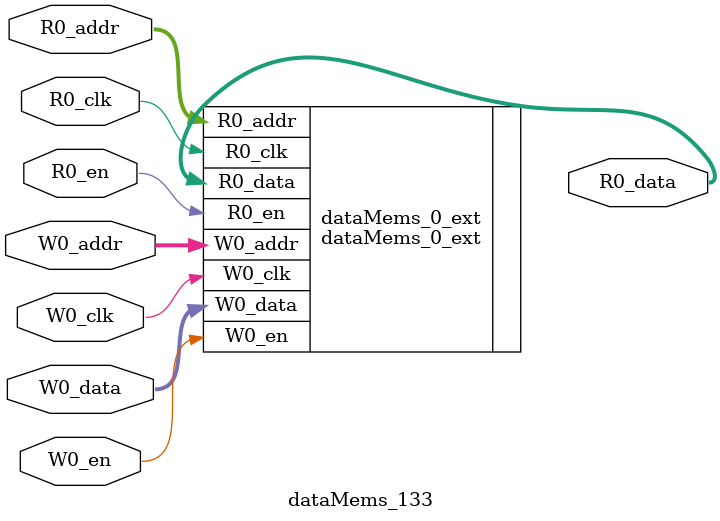
<source format=sv>
`ifndef RANDOMIZE
  `ifdef RANDOMIZE_REG_INIT
    `define RANDOMIZE
  `endif // RANDOMIZE_REG_INIT
`endif // not def RANDOMIZE
`ifndef RANDOMIZE
  `ifdef RANDOMIZE_MEM_INIT
    `define RANDOMIZE
  `endif // RANDOMIZE_MEM_INIT
`endif // not def RANDOMIZE

`ifndef RANDOM
  `define RANDOM $random
`endif // not def RANDOM

// Users can define 'PRINTF_COND' to add an extra gate to prints.
`ifndef PRINTF_COND_
  `ifdef PRINTF_COND
    `define PRINTF_COND_ (`PRINTF_COND)
  `else  // PRINTF_COND
    `define PRINTF_COND_ 1
  `endif // PRINTF_COND
`endif // not def PRINTF_COND_

// Users can define 'ASSERT_VERBOSE_COND' to add an extra gate to assert error printing.
`ifndef ASSERT_VERBOSE_COND_
  `ifdef ASSERT_VERBOSE_COND
    `define ASSERT_VERBOSE_COND_ (`ASSERT_VERBOSE_COND)
  `else  // ASSERT_VERBOSE_COND
    `define ASSERT_VERBOSE_COND_ 1
  `endif // ASSERT_VERBOSE_COND
`endif // not def ASSERT_VERBOSE_COND_

// Users can define 'STOP_COND' to add an extra gate to stop conditions.
`ifndef STOP_COND_
  `ifdef STOP_COND
    `define STOP_COND_ (`STOP_COND)
  `else  // STOP_COND
    `define STOP_COND_ 1
  `endif // STOP_COND
`endif // not def STOP_COND_

// Users can define INIT_RANDOM as general code that gets injected into the
// initializer block for modules with registers.
`ifndef INIT_RANDOM
  `define INIT_RANDOM
`endif // not def INIT_RANDOM

// If using random initialization, you can also define RANDOMIZE_DELAY to
// customize the delay used, otherwise 0.002 is used.
`ifndef RANDOMIZE_DELAY
  `define RANDOMIZE_DELAY 0.002
`endif // not def RANDOMIZE_DELAY

// Define INIT_RANDOM_PROLOG_ for use in our modules below.
`ifndef INIT_RANDOM_PROLOG_
  `ifdef RANDOMIZE
    `ifdef VERILATOR
      `define INIT_RANDOM_PROLOG_ `INIT_RANDOM
    `else  // VERILATOR
      `define INIT_RANDOM_PROLOG_ `INIT_RANDOM #`RANDOMIZE_DELAY begin end
    `endif // VERILATOR
  `else  // RANDOMIZE
    `define INIT_RANDOM_PROLOG_
  `endif // RANDOMIZE
`endif // not def INIT_RANDOM_PROLOG_

// Include register initializers in init blocks unless synthesis is set
`ifndef SYNTHESIS
  `ifndef ENABLE_INITIAL_REG_
    `define ENABLE_INITIAL_REG_
  `endif // not def ENABLE_INITIAL_REG_
`endif // not def SYNTHESIS

// Include rmemory initializers in init blocks unless synthesis is set
`ifndef SYNTHESIS
  `ifndef ENABLE_INITIAL_MEM_
    `define ENABLE_INITIAL_MEM_
  `endif // not def ENABLE_INITIAL_MEM_
`endif // not def SYNTHESIS

module dataMems_133(	// @[generators/ara/src/main/scala/UnsafeAXI4ToTL.scala:365:62]
  input  [4:0]  R0_addr,
  input         R0_en,
  input         R0_clk,
  output [66:0] R0_data,
  input  [4:0]  W0_addr,
  input         W0_en,
  input         W0_clk,
  input  [66:0] W0_data
);

  dataMems_0_ext dataMems_0_ext (	// @[generators/ara/src/main/scala/UnsafeAXI4ToTL.scala:365:62]
    .R0_addr (R0_addr),
    .R0_en   (R0_en),
    .R0_clk  (R0_clk),
    .R0_data (R0_data),
    .W0_addr (W0_addr),
    .W0_en   (W0_en),
    .W0_clk  (W0_clk),
    .W0_data (W0_data)
  );
endmodule


</source>
